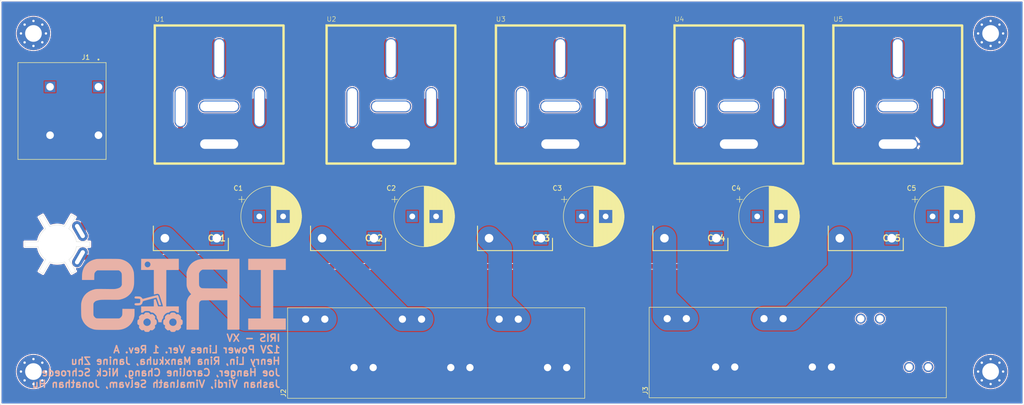
<source format=kicad_pcb>
(kicad_pcb (version 20240108) (generator "pcbnew") (generator_version "8.0")
  (layers (0 "F.Cu" signal) (31 "B.Cu" signal) (34 "B.Paste" user) (35 "F.Paste" user) (36 "B.SilkS" user "B.Silkscreen") (37 "F.SilkS" user "F.Silkscreen") (38 "B.Mask" user) (39 "F.Mask" user) (44 "Edge.Cuts" user))
  (net 0 "")
  (net 1 "B+")
  (net 2 "B-")
  (net 8 "ESO")
  (net 9 "Net-(U1-87)")
  (net 10 "Net-(U2-87)")
  (net 11 "Net-(U3-87)")
  (net 12 "Net-(U4-87)")
  (net 13 "Net-(U5-87)")
  (net 14 "Net-(J2-Pin_1)")
  (net 15 "Net-(J2-Pin_3)")
  (net 16 "Net-(J2-Pin_5)")
  (net 17 "Net-(J3-Pin_1)")
  (net 18 "Net-(J3-Pin_3)")
  (footprint "STTH60RQ06WL:TO1090P515X1560X2445-2P" (layer "F.Cu") (at 200.4025 83.5 180)
    (property "Reference" "CR4" (at 0 0 360) (layer "F.SilkS") (effects (font (size 1.27 1.27) (thickness 0.254))))
    (property "Value" "STTH60RQ06WL" (hide yes))
    (pad "1" thru_hole rect (at 0 0 180) (size 2.715 2.715) (drill 1.81) (layers "*.Cu" "*.Mask") (net 12 "Net-(U4-87)"))
    (pad "2" thru_hole circle (at 10.9 0 180) (size 2.715 2.715) (drill 1.81) (layers "*.Cu" "*.Mask") (net 17 "Net-(J3-Pin_1)"))
  )
  (footprint "REAAAL:E-Stop" (layer "F.Cu") (at 62 84.75 90)
    (property "Reference" "E-STOP5" (hide yes))
    (property "Value" "E-STOP NC")
    (fp_line (start 0.49 -6.85) (end -0.51 -6.85) (stroke (width 0.06)) (layer "Edge.Cuts"))
    (fp_line (start 0.49 -6.85) (end 0.49 -4.47) (stroke (width 0.06)) (layer "Edge.Cuts"))
    (fp_line (start -0.51 -6.85) (end -0.51 -4.47) (stroke (width 0.06)) (layer "Edge.Cuts"))
    (fp_line (start -0.51 -4.47) (end -0.51 -4.01) (stroke (width 0.06)) (layer "Edge.Cuts"))
    (fp_line (start 0.49 -4.01) (end 0.49 -4.47) (stroke (width 0.06)) (layer "Edge.Cuts"))
    (fp_line (start 5.67114 -3.87) (end 3.61 -2.68) (stroke (width 0.06)) (layer "Edge.Cuts"))
    (fp_line (start -5.690326 -3.855) (end -6.190326 -2.988974) (stroke (width 0.06)) (layer "Edge.Cuts"))
    (fp_line (start -5.690326 -3.855) (end -3.629186 -2.665) (stroke (width 0.06)) (layer "Edge.Cuts"))
    (fp_line (start 6.17114 -3.003974) (end 5.67114 -3.87) (stroke (width 0.06)) (layer "Edge.Cuts"))
    (fp_line (start 6.17114 -3.003974) (end 4.11 -1.813974) (stroke (width 0.06)) (layer "Edge.Cuts"))
    (fp_line (start -6.190326 -2.988974) (end -4.129186 -1.798974) (stroke (width 0.06)) (layer "Edge.Cuts"))
    (fp_line (start 3.61 -2.68) (end 3.211628 -2.45) (stroke (width 0.06)) (layer "Edge.Cuts"))
    (fp_line (start -3.230814 -2.435) (end -3.629186 -2.665) (stroke (width 0.06)) (layer "Edge.Cuts"))
    (fp_line (start -4.129186 -1.798974) (end -3.730814 -1.568974) (stroke (width 0.06)) (layer "Edge.Cuts"))
    (fp_line (start 3.711628 -1.583974) (end 4.11 -1.813974) (stroke (width 0.06)) (layer "Edge.Cuts"))
    (fp_line (start -3.72 1.583974) (end -4.118372 1.813974) (stroke (width 0.06)) (layer "Edge.Cuts"))
    (fp_line (start 4.14 1.77) (end 3.741628 1.54) (stroke (width 0.06)) (layer "Edge.Cuts"))
    (fp_line (start 3.241628 2.406026) (end 3.64 2.636026) (stroke (width 0.06)) (layer "Edge.Cuts"))
    (fp_line (start -3.618372 2.68) (end -3.22 2.45) (stroke (width 0.06)) (layer "Edge.Cuts"))
    (fp_line (start 6.20114 2.96) (end 4.14 1.77) (stroke (width 0.06)) (layer "Edge.Cuts"))
    (fp_line (start -6.179512 3.003974) (end -4.118372 1.813974) (stroke (width 0.06)) (layer "Edge.Cuts"))
    (fp_line (start -6.179512 3.003974) (end -5.679512 3.87) (stroke (width 0.06)) (layer "Edge.Cuts"))
    (fp_line (start 5.70114 3.826026) (end 3.64 2.636026) (stroke (width 0.06)) (layer "Edge.Cuts"))
    (fp_line (start 5.70114 3.826026) (end 6.20114 2.96) (stroke (width 0.06)) (layer "Edge.Cuts"))
    (fp_line (start -5.679512 3.87) (end -3.618372 2.68) (stroke (width 0.06)) (layer "Edge.Cuts"))
    (fp_line (start -0.5 4.01) (end -0.5 4.47) (stroke (width 0.06)) (layer "Edge.Cuts"))
    (fp_line (start 0.5 4.47) (end 0.5 4.01) (stroke (width 0.06)) (layer "Edge.Cuts"))
    (fp_line (start 0.5 6.85) (end 0.5 4.47) (stroke (width 0.06)) (layer "Edge.Cuts"))
    (fp_line (start -0.5 6.85) (end -0.5 4.47) (stroke (width 0.06)) (layer "Edge.Cuts"))
    (fp_line (start -0.5 6.85) (end 0.5 6.85) (stroke (width 0.06)) (layer "Edge.Cuts"))
    (fp_arc (start 0.49 -4.01) (mid 2.006668 -3.503425) (end 3.205756 -2.445557) (stroke (width 0.06)) (layer "Edge.Cuts"))
    (fp_arc (start -3.230814 -2.435) (mid -2.030101 -3.499048) (end -0.510424 -4.013334) (stroke (width 0.06)) (layer "Edge.Cuts"))
    (fp_arc (start 3.711628 -1.583974) (mid 4.035529 -0.026043) (end 3.731762 1.535939) (stroke (width 0.06)) (layer "Edge.Cuts"))
    (fp_arc (start -3.719999 1.583974) (mid -4.04337 0.00901) (end -3.727022 -1.567379) (stroke (width 0.06)) (layer "Edge.Cuts"))
    (fp_arc (start 3.241628 2.406026) (mid 2.034406 3.486803) (end 0.499495 4.005948) (stroke (width 0.06)) (layer "Edge.Cuts"))
    (fp_arc (start -0.5 4.009999) (mid -2.015575 3.502291) (end -3.215984 2.446945) (stroke (width 0.06)) (layer "Edge.Cuts"))
    (pad "1" thru_hole oval (at -2.75 4.763 60) (size 4.5 2.1) (drill oval 3.3 0.9) (layers "*.Cu" "*.Mask") (net 8 "ESO"))
    (pad "2" thru_hole oval (at 2.75 4.763 120) (size 4.5 2.1) (drill oval 3.3 0.9) (layers "*.Cu" "*.Mask") (net 1 "B+"))
  )
  (footprint "REAAAL:CP_Radial_D12.5mm_P5.00mm" (layer "F.Cu") (at 104.426041 78.925)
    (property "Reference" "C1" (at -4.426041 -5.925 360) (layer "F.SilkS"))
    (property "Value" "47uF" (hide yes))
    (pad "1" thru_hole rect (at 0 0) (size 2.4 2.4) (drill 1.2) (layers "*.Cu" "*.Mask") (net 9 "Net-(U1-87)"))
    (pad "2" thru_hole circle (at 5 0) (size 2.4 2.4) (drill 1.2) (layers "*.Cu" "*.Mask") (net 2 "B-"))
  )
  (footprint "REAAAL:CP_Radial_D12.5mm_P5.00mm" (layer "F.Cu") (at 172.155 78.925)
    (property "Reference" "C3" (hide yes))
    (property "Value" "47uF" (hide yes))
    (pad "1" thru_hole rect (at 0 0) (size 2.4 2.4) (drill 1.2) (layers "*.Cu" "*.Mask") (net 11 "Net-(U3-87)"))
    (pad "2" thru_hole circle (at 5 0) (size 2.4 2.4) (drill 1.2) (layers "*.Cu" "*.Mask") (net 2 "B-"))
  )
  (footprint "STTH60RQ06WL:TO1090P515X1560X2445-2P" (layer "F.Cu") (at 237.2325 83.5 180)
    (property "Reference" "CR5" (at 0 0 360) (layer "F.SilkS") (effects (font (size 1.27 1.27) (thickness 0.254))))
    (property "Value" "STTH60RQ06WL" (hide yes))
    (pad "1" thru_hole rect (at 0 0 180) (size 2.715 2.715) (drill 1.81) (layers "*.Cu" "*.Mask") (net 13 "Net-(U5-87)"))
    (pad "2" thru_hole circle (at 10.9 0 180) (size 2.715 2.715) (drill 1.81) (layers "*.Cu" "*.Mask") (net 18 "Net-(J3-Pin_3)"))
  )
  (footprint "REAAAL:12V terminal block" (layer "F.Cu") (at 114.16 100.5)
    (property "Reference" "J2" (at -4.66 15.5 90) (layer "F.SilkS"))
    (property "Value" "Screw_Terminal_01x06")
    (pad "1" thru_hole rect (at 0 0) (size 2.124 2.124) (drill 1.524) (layers "*.Cu" "*.Mask") (net 14 "Net-(J2-Pin_1)"))
    (pad "1" thru_hole rect (at 4.02 0) (size 2.124 2.124) (drill 1.524) (layers "*.Cu" "*.Mask") (net 14 "Net-(J2-Pin_1)"))
    (pad "2" thru_hole circle (at 10.16 10.16) (size 2.124 2.124) (drill 1.524) (layers "*.Cu" "*.Mask") (net 2 "B-"))
    (pad "2" thru_hole circle (at 14.18 10.16) (size 2.124 2.124) (drill 1.524) (layers "*.Cu" "*.Mask") (net 2 "B-"))
    (pad "3" thru_hole circle (at 20.32 0) (size 2.124 2.124) (drill 1.524) (layers "*.Cu" "*.Mask") (net 15 "Net-(J2-Pin_3)"))
    (pad "3" thru_hole circle (at 24.34 0) (size 2.124 2.124) (drill 1.524) (layers "*.Cu" "*.Mask") (net 15 "Net-(J2-Pin_3)"))
    (pad "4" thru_hole circle (at 30.48 10.16) (size 2.124 2.124) (drill 1.524) (layers "*.Cu" "*.Mask") (net 2 "B-"))
    (pad "4" thru_hole circle (at 34.5 10.16) (size 2.124 2.124) (drill 1.524) (layers "*.Cu" "*.Mask") (net 2 "B-"))
    (pad "5" thru_hole circle (at 40.64 0) (size 2.124 2.124) (drill 1.524) (layers "*.Cu" "*.Mask") (net 16 "Net-(J2-Pin_5)"))
    (pad "5" thru_hole circle (at 44.66 0) (size 2.124 2.124) (drill 1.524) (layers "*.Cu" "*.Mask") (net 16 "Net-(J2-Pin_5)"))
    (pad "6" thru_hole circle (at 50.8 10.16) (size 2.124 2.124) (drill 1.524) (layers "*.Cu" "*.Mask") (net 2 "B-"))
    (pad "6" thru_hole circle (at 54.82 10.16) (size 2.124 2.124) (drill 1.524) (layers "*.Cu" "*.Mask") (net 2 "B-"))
  )
  (footprint "MountingHole:MountingHole_3.5mm_Pad_Via" (layer "F.Cu") (at 258 40.5)
    (property "Reference" "REF**" (hide yes))
    (property "Value" "MountingHole_3.5mm_Pad_Via" (hide yes))
    (pad "1" thru_hole circle (at -2.625 0) (size 0.8 0.8) (drill 0.5) (layers "*.Cu" "*.Mask"))
    (pad "1" thru_hole circle (at -1.856155 -1.856155) (size 0.8 0.8) (drill 0.5) (layers "*.Cu" "*.Mask"))
    (pad "1" thru_hole circle (at -1.856155 1.856155) (size 0.8 0.8) (drill 0.5) (layers "*.Cu" "*.Mask"))
    (pad "1" thru_hole circle (at 0 -2.625) (size 0.8 0.8) (drill 0.5) (layers "*.Cu" "*.Mask"))
    (pad "1" thru_hole circle (at 0 0) (size 7 7) (drill 3.5) (layers "*.Cu" "*.Mask"))
    (pad "1" thru_hole circle (at 0 2.625) (size 0.8 0.8) (drill 0.5) (layers "*.Cu" "*.Mask"))
    (pad "1" thru_hole circle (at 1.856155 -1.856155) (size 0.8 0.8) (drill 0.5) (layers "*.Cu" "*.Mask"))
    (pad "1" thru_hole circle (at 1.856155 1.856155) (size 0.8 0.8) (drill 0.5) (layers "*.Cu" "*.Mask"))
    (pad "1" thru_hole circle (at 2.625 0) (size 0.8 0.8) (drill 0.5) (layers "*.Cu" "*.Mask"))
  )
  (footprint "REAAAL:IRhapsody Relay 12VDC 8060A" (layer "F.Cu") (at 238.5 53.325)
    (property "Reference" "U5" (at -12.5 -15.825 0) (layer "F.SilkS") (effects (font (thickness 0.1))))
    (property "Value" "IRHAPSODY_RELAY_12VDC_8060a")
    (pad "1" thru_hole oval (at 0 -7.605) (size 2.5 8.5) (drill oval 2 8) (layers "*.Cu" "*.Mask") (net 1 "B+"))
    (pad "2" thru_hole oval (at 0 2.495 90) (size 2.5 8.5) (drill oval 2 8) (layers "*.Cu" "*.Mask"))
    (pad "3" thru_hole oval (at 8.46 2.665 180) (size 2.5 8.5) (drill oval 2 8) (layers "*.Cu" "*.Mask") (net 13 "Net-(U5-87)"))
    (pad "4" thru_hole oval (at 0 10.405 90) (size 2.5 8.5) (drill oval 2 8) (layers "*.Cu" "*.Mask") (net 2 "B-"))
    (pad "5" thru_hole oval (at -8.13 2.665 180) (size 2.5 8.5) (drill oval 2 8) (layers "*.Cu" "*.Mask") (net 8 "ESO"))
  )
  (footprint "STTH60RQ06WL:TO1090P515X1560X2445-2P" (layer "F.Cu") (at 128.5125 83.5 180)
    (property "Reference" "CR2" (at 0 0 360) (layer "F.SilkS") (effects (font (size 1.27 1.27) (thickness 0.254))))
    (property "Value" "STTH60RQ06WL" (hide yes))
    (pad "1" thru_hole rect (at 0 0 180) (size 2.715 2.715) (drill 1.81) (layers "*.Cu" "*.Mask") (net 10 "Net-(U2-87)"))
    (pad "2" thru_hole circle (at 10.9 0 180) (size 2.715 2.715) (drill 1.81) (layers "*.Cu" "*.Mask") (net 15 "Net-(J2-Pin_3)"))
  )
  (footprint "REAAAL:IRhapsody Relay 12VDC 8060A" (layer "F.Cu") (at 132.08 53.325)
    (property "Reference" "U2" (at -12.5 -15.825 0) (layer "F.SilkS") (effects (font (thickness 0.1))))
    (property "Value" "IRHAPSODY_RELAY_12VDC_8060a")
    (pad "1" thru_hole oval (at 0 -7.605) (size 2.5 8.5) (drill oval 2 8) (layers "*.Cu" "*.Mask") (net 1 "B+"))
    (pad "2" thru_hole oval (at 0 2.495 90) (size 2.5 8.5) (drill oval 2 8) (layers "*.Cu" "*.Mask"))
    (pad "3" thru_hole oval (at 8.46 2.665 180) (size 2.5 8.5) (drill oval 2 8) (layers "*.Cu" "*.Mask") (net 10 "Net-(U2-87)"))
    (pad "4" thru_hole oval (at 0 10.405 90) (size 2.5 8.5) (drill oval 2 8) (layers "*.Cu" "*.Mask") (net 2 "B-"))
    (pad "5" thru_hole oval (at -8.13 2.665 180) (size 2.5 8.5) (drill oval 2 8) (layers "*.Cu" "*.Mask") (net 8 "ESO"))
  )
  (footprint "REAAAL:IRhapsody Relay 12VDC 8060A" (layer "F.Cu") (at 167.64 53.325)
    (property "Reference" "U3" (at -12.5 -15.825 0) (layer "F.SilkS") (effects (font (thickness 0.1))))
    (property "Value" "IRHAPSODY_RELAY_12VDC_8060a")
    (pad "1" thru_hole oval (at 0 -7.605) (size 2.5 8.5) (drill oval 2 8) (layers "*.Cu" "*.Mask") (net 1 "B+"))
    (pad "2" thru_hole oval (at 0 2.495 90) (size 2.5 8.5) (drill oval 2 8) (layers "*.Cu" "*.Mask"))
    (pad "3" thru_hole oval (at 8.46 2.665 180) (size 2.5 8.5) (drill oval 2 8) (layers "*.Cu" "*.Mask") (net 11 "Net-(U3-87)"))
    (pad "4" thru_hole oval (at 0 10.405 90) (size 2.5 8.5) (drill oval 2 8) (layers "*.Cu" "*.Mask") (net 2 "B-"))
    (pad "5" thru_hole oval (at -8.13 2.665 180) (size 2.5 8.5) (drill oval 2 8) (layers "*.Cu" "*.Mask") (net 8 "ESO"))
  )
  (footprint "STTH60RQ06WL:TO1090P515X1560X2445-2P" (layer "F.Cu") (at 95.5 83.5 180)
    (property "Reference" "CR1" (at 0 0 360) (layer "F.SilkS") (effects (font (size 1.27 1.27) (thickness 0.254))))
    (property "Value" "STTH60RQ06WL" (hide yes))
    (pad "1" thru_hole rect (at 0 0 180) (size 2.715 2.715) (drill 1.81) (layers "*.Cu" "*.Mask") (net 9 "Net-(U1-87)"))
    (pad "2" thru_hole circle (at 10.9 0 180) (size 2.715 2.715) (drill 1.81) (layers "*.Cu" "*.Mask") (net 14 "Net-(J2-Pin_1)"))
  )
  (footprint "REAAAL:CP_Radial_D12.5mm_P5.00mm" (layer "F.Cu") (at 136.551041 78.925)
    (property "Reference" "C2" (at -4.426041 -5.925 360) (layer "F.SilkS"))
    (property "Value" "47uF" (hide yes))
    (pad "1" thru_hole rect (at 0 0) (size 2.4 2.4) (drill 1.2) (layers "*.Cu" "*.Mask") (net 10 "Net-(U2-87)"))
    (pad "2" thru_hole circle (at 5 0) (size 2.4 2.4) (drill 1.2) (layers "*.Cu" "*.Mask") (net 2 "B-"))
  )
  (footprint "REAAAL:CP_Radial_D12.5mm_P5.00mm" (layer "F.Cu") (at 245.815 78.925)
    (property "Reference" "C5" (at -4.426041 -5.925 360) (layer "F.SilkS"))
    (property "Value" "47uF" (hide yes))
    (pad "1" thru_hole rect (at 0 0) (size 2.4 2.4) (drill 1.2) (layers "*.Cu" "*.Mask") (net 13 "Net-(U5-87)"))
    (pad "2" thru_hole circle (at 5 0) (size 2.4 2.4) (drill 1.2) (layers "*.Cu" "*.Mask") (net 2 "B-"))
  )
  (footprint "REAAAL:IRhapsody Relay 12VDC 8060A" (layer "F.Cu") (at 205.14 53.325)
    (property "Reference" "U4" (at -12.5 -15.825 0) (layer "F.SilkS") (effects (font (thickness 0.1))))
    (property "Value" "IRHAPSODY_RELAY_12VDC_8060a")
    (pad "1" thru_hole oval (at 0 -7.605) (size 2.5 8.5) (drill oval 2 8) (layers "*.Cu" "*.Mask") (net 1 "B+"))
    (pad "2" thru_hole oval (at 0 2.495 90) (size 2.5 8.5) (drill oval 2 8) (layers "*.Cu" "*.Mask"))
    (pad "3" thru_hole oval (at 8.46 2.665 180) (size 2.5 8.5) (drill oval 2 8) (layers "*.Cu" "*.Mask") (net 12 "Net-(U4-87)"))
    (pad "4" thru_hole oval (at 0 10.405 90) (size 2.5 8.5) (drill oval 2 8) (layers "*.Cu" "*.Mask") (net 2 "B-"))
    (pad "5" thru_hole oval (at -8.13 2.665 180) (size 2.5 8.5) (drill oval 2 8) (layers "*.Cu" "*.Mask") (net 8 "ESO"))
  )
  (footprint "REAAAL:12V terminal block" (layer "F.Cu") (at 190.09 100.39)
    (property "Reference" "J3" (at -4.59 15.11 90) (layer "F.SilkS"))
    (property "Value" "Screw_Terminal_01x06")
    (pad "1" thru_hole rect (at 0 0) (size 2.124 2.124) (drill 1.524) (layers "*.Cu" "*.Mask") (net 17 "Net-(J3-Pin_1)"))
    (pad "1" thru_hole rect (at 4.02 0) (size 2.124 2.124) (drill 1.524) (layers "*.Cu" "*.Mask") (net 17 "Net-(J3-Pin_1)"))
    (pad "2" thru_hole circle (at 10.16 10.16) (size 2.124 2.124) (drill 1.524) (layers "*.Cu" "*.Mask") (net 2 "B-"))
    (pad "2" thru_hole circle (at 14.18 10.16) (size 2.124 2.124) (drill 1.524) (layers "*.Cu" "*.Mask") (net 2 "B-"))
    (pad "3" thru_hole circle (at 20.32 0) (size 2.124 2.124) (drill 1.524) (layers "*.Cu" "*.Mask") (net 18 "Net-(J3-Pin_3)"))
    (pad "3" thru_hole circle (at 24.34 0) (size 2.124 2.124) (drill 1.524) (layers "*.Cu" "*.Mask") (net 18 "Net-(J3-Pin_3)"))
    (pad "4" thru_hole circle (at 30.48 10.16) (size 2.124 2.124) (drill 1.524) (layers "*.Cu" "*.Mask") (net 2 "B-"))
    (pad "4" thru_hole circle (at 34.5 10.16) (size 2.124 2.124) (drill 1.524) (layers "*.Cu" "*.Mask") (net 2 "B-"))
    (pad "5" thru_hole circle (at 40.64 0) (size 2.124 2.124) (drill 1.524) (layers "*.Cu" "*.Mask"))
    (pad "5" thru_hole circle (at 44.66 0) (size 2.124 2.124) (drill 1.524) (layers "*.Cu" "*.Mask"))
    (pad "6" thru_hole circle (at 50.8 10.16) (size 2.124 2.124) (drill 1.524) (layers "*.Cu" "*.Mask"))
    (pad "6" thru_hole circle (at 54.82 10.16) (size 2.124 2.124) (drill 1.524) (layers "*.Cu" "*.Mask"))
  )
  (footprint "STTH60RQ06WL:TO1090P515X1560X2445-2P" (layer "F.Cu") (at 163.5725 83.5 180)
    (property "Reference" "CR3" (at 0 0 360) (layer "F.SilkS") (effects (font (size 1.27 1.27) (thickness 0.254))))
    (property "Value" "STTH60RQ06WL" (hide yes))
    (pad "1" thru_hole rect (at 0 0 180) (size 2.715 2.715) (drill 1.81) (layers "*.Cu" "*.Mask") (net 11 "Net-(U3-87)"))
    (pad "2" thru_hole circle (at 10.9 0 180) (size 2.715 2.715) (drill 1.81) (layers "*.Cu" "*.Mask") (net 16 "Net-(J2-Pin_5)"))
  )
  (footprint "REAAAL:CP_Radial_D12.5mm_P5.00mm" (layer "F.Cu") (at 208.985 78.925)
    (property "Reference" "C4" (at -4.426041 -5.925 360) (layer "F.SilkS"))
    (property "Value" "47uF" (hide yes))
    (pad "1" thru_hole rect (at 0 0) (size 2.4 2.4) (drill 1.2) (layers "*.Cu" "*.Mask") (net 12 "Net-(U4-87)"))
    (pad "2" thru_hole circle (at 5 0) (size 2.4 2.4) (drill 1.2) (layers "*.Cu" "*.Mask") (net 2 "B-"))
  )
  (footprint "MountingHole:MountingHole_3.5mm_Pad_Via" (layer "F.Cu") (at 258 111.5)
    (property "Reference" "REF**" (hide yes))
    (property "Value" "MountingHole_3.5mm_Pad_Via" (hide yes))
    (pad "1" thru_hole circle (at -2.625 0) (size 0.8 0.8) (drill 0.5) (layers "*.Cu" "*.Mask"))
    (pad "1" thru_hole circle (at -1.856155 -1.856155) (size 0.8 0.8) (drill 0.5) (layers "*.Cu" "*.Mask"))
    (pad "1" thru_hole circle (at -1.856155 1.856155) (size 0.8 0.8) (drill 0.5) (layers "*.Cu" "*.Mask"))
    (pad "1" thru_hole circle (at 0 -2.625) (size 0.8 0.8) (drill 0.5) (layers "*.Cu" "*.Mask"))
    (pad "1" thru_hole circle (at 0 0) (size 7 7) (drill 3.5) (layers "*.Cu" "*.Mask"))
    (pad "1" thru_hole circle (at 0 2.625) (size 0.8 0.8) (drill 0.5) (layers "*.Cu" "*.Mask"))
    (pad "1" thru_hole circle (at 1.856155 -1.856155) (size 0.8 0.8) (drill 0.5) (layers "*.Cu" "*.Mask"))
    (pad "1" thru_hole circle (at 1.856155 1.856155) (size 0.8 0.8) (drill 0.5) (layers "*.Cu" "*.Mask"))
    (pad "1" thru_hole circle (at 2.625 0) (size 0.8 0.8) (drill 0.5) (layers "*.Cu" "*.Mask"))
  )
  (footprint "REAAAL:IRhapsody Relay 12VDC 8060A" (layer "F.Cu") (at 96.000326 53.325)
    (property "Reference" "U1" (at -12.5 -15.825 0) (layer "F.SilkS") (effects (font (thickness 0.1))))
    (property "Value" "IRHAPSODY_RELAY_12VDC_8060a")
    (pad "1" thru_hole oval (at 0 -7.605) (size 2.5 8.5) (drill oval 2 8) (layers "*.Cu" "*.Mask") (net 1 "B+"))
    (pad "2" thru_hole oval (at 0 2.495 90) (size 2.5 8.5) (drill oval 2 8) (layers "*.Cu" "*.Mask"))
    (pad "3" thru_hole oval (at 8.46 2.665 180) (size 2.5 8.5) (drill oval 2 8) (layers "*.Cu" "*.Mask") (net 9 "Net-(U1-87)"))
    (pad "4" thru_hole oval (at 0 10.405 90) (size 2.5 8.5) (drill oval 2 8) (layers "*.Cu" "*.Mask") (net 2 "B-"))
    (pad "5" thru_hole oval (at -8.13 2.665 180) (size 2.5 8.5) (drill oval 2 8) (layers "*.Cu" "*.Mask") (net 8 "ESO"))
  )
  (footprint "MountingHole:MountingHole_3.5mm_Pad_Via" (layer "F.Cu") (at 57 40.5)
    (property "Reference" "REF**" (hide yes))
    (property "Value" "MountingHole_3.5mm_Pad_Via" (hide yes))
    (pad "1" thru_hole circle (at -2.625 0) (size 0.8 0.8) (drill 0.5) (layers "*.Cu" "*.Mask"))
    (pad "1" thru_hole circle (at -1.856155 -1.856155) (size 0.8 0.8) (drill 0.5) (layers "*.Cu" "*.Mask"))
    (pad "1" thru_hole circle (at -1.856155 1.856155) (size 0.8 0.8) (drill 0.5) (layers "*.Cu" "*.Mask"))
    (pad "1" thru_hole circle (at 0 -2.625) (size 0.8 0.8) (drill 0.5) (layers "*.Cu" "*.Mask"))
    (pad "1" thru_hole circle (at 0 0) (size 7 7) (drill 3.5) (layers "*.Cu" "*.Mask"))
    (pad "1" thru_hole circle (at 0 2.625) (size 0.8 0.8) (drill 0.5) (layers "*.Cu" "*.Mask"))
    (pad "1" thru_hole circle (at 1.856155 -1.856155) (size 0.8 0.8) (drill 0.5) (layers "*.Cu" "*.Mask"))
    (pad "1" thru_hole circle (at 1.856155 1.856155) (size 0.8 0.8) (drill 0.5) (layers "*.Cu" "*.Mask"))
    (pad "1" thru_hole circle (at 2.625 0) (size 0.8 0.8) (drill 0.5) (layers "*.Cu" "*.Mask"))
  )
  (footprint "MountingHole:MountingHole_3.5mm_Pad_Via" (layer "F.Cu") (at 57 111.5)
    (property "Reference" "REF**" (hide yes))
    (property "Value" "MountingHole_3.5mm_Pad_Via" (hide yes))
    (pad "1" thru_hole circle (at -2.625 0) (size 0.8 0.8) (drill 0.5) (layers "*.Cu" "*.Mask"))
    (pad "1" thru_hole circle (at -1.856155 -1.856155) (size 0.8 0.8) (drill 0.5) (layers "*.Cu" "*.Mask"))
    (pad "1" thru_hole circle (at -1.856155 1.856155) (size 0.8 0.8) (drill 0.5) (layers "*.Cu" "*.Mask"))
    (pad "1" thru_hole circle (at 0 -2.625) (size 0.8 0.8) (drill 0.5) (layers "*.Cu" "*.Mask"))
    (pad "1" thru_hole circle (at 0 0) (size 7 7) (drill 3.5) (layers "*.Cu" "*.Mask"))
    (pad "1" thru_hole circle (at 0 2.625) (size 0.8 0.8) (drill 0.5) (layers "*.Cu" "*.Mask"))
    (pad "1" thru_hole circle (at 1.856155 -1.856155) (size 0.8 0.8) (drill 0.5) (layers "*.Cu" "*.Mask"))
    (pad "1" thru_hole circle (at 1.856155 1.856155) (size 0.8 0.8) (drill 0.5) (layers "*.Cu" "*.Mask"))
    (pad "1" thru_hole circle (at 2.625 0) (size 0.8 0.8) (drill 0.5) (layers "*.Cu" "*.Mask"))
  )
  (footprint "REAAAL:TE_1986660-2a" (layer "F.Cu") (at 70.65 51.7075 -90)
    (property "Reference" "J1" (at -6.2075 2.65 0) (layer "F.SilkS"))
    (property "Value" "Screw_Terminal_01x02")
    (pad "1" thru_hole rect (at 0 0 270) (size 2.3 2.3) (drill 1.6) (layers "*.Cu" "*.Mask") (net 1 "B+"))
    (pad "1" thru_hole rect (at 0 10.16 270) (size 2.3 2.3) (drill 1.6) (layers "*.Cu" "*.Mask") (net 1 "B+"))
    (pad "2" thru_hole circle (at 10.16 0 270) (size 2.3 2.3) (drill 1.6) (layers "*.Cu" "*.Mask") (net 2 "B-"))
    (pad "2" thru_hole circle (at 10.16 10.16 270) (size 2.3 2.3) (drill 1.6) (layers "*.Cu" "*.Mask") (net 2 "B-"))
  )
  (footprint "Logo:IRIS_logo" (layer "B.Cu") (at 87.659431 95.487483 180)
    (property "Reference" "G***" (hide yes))
    (property "Value" "LOGO" (hide yes))
  )
  (gr_rect (start 50 33.5) (end 265 118.5) (stroke (width 0.05)) (fill none) (layer "Edge.Cuts"))
  (gr_text "IRIS - XV\n12V Power Lines Ver. 1 Rev. A\nHenry Lin, Rina Manxkuha, Janine Zhu\nJoe Hanger, Caroline Chang, Nick Schroeder, \nJashan Virdi, Vimalnath Selvam, Jonathan Hu" (at 109 115 0) (layer "B.SilkS") (effects (font (size 1.5 1.5) (thickness 0.3) (bold yes)) (justify left bottom mirror)))
  (gr_text "C3" (at 167 73 0) (layer "F.SilkS") (effects (font (size 1 1))))
  (segment (start 76.6375 45.72) (end 96.000326 45.72) (width 8) (layer "F.Cu") (net 1))
  (segment (start 67.5 82) (end 67.5 54.8575) (width 1) (layer "F.Cu") (net 1))
  (segment (start 60.49 51.7075) (end 70.65 51.7075) (width 8) (layer "F.Cu") (net 1))
  (segment (start 70.65 51.7075) (end 76.6375 45.72) (width 8) (layer "F.Cu") (net 1))
  (segment (start 132.08 45.72) (end 167.64 45.72) (width 8) (layer "F.Cu") (net 1))
  (segment (start 167.64 45.72) (end 205.14 45.72) (width 8) (layer "F.Cu") (net 1))
  (segment (start 96.000326 45.72) (end 132.08 45.72) (width 8) (layer "F.Cu") (net 1))
  (segment (start 67.5 54.8575) (end 70.65 51.7075) (width 1) (layer "F.Cu") (net 1))
  (segment (start 205.14 45.72) (end 238.5 45.72) (width 8) (layer "F.Cu") (net 1))
  (segment (start 167.64 63.73) (end 168.35 64.44) (width 8) (layer "B.Cu") (net 2))
  (segment (start 126.68 109) (end 126 109) (width 4.5) (layer "B.Cu") (net 2))
  (segment (start 124.32 110.66) (end 128.34 110.66) (width 4.5) (layer "B.Cu") (net 2))
  (segment (start 205.85 64.44) (end 237.79 64.44) (width 8) (layer "B.Cu") (net 2))
  (segment (start 132.08 63.73) (end 132.79 64.44) (width 8) (layer "B.Cu") (net 2))
  (segment (start 75.3675 61.8675) (end 77.94 64.44) (width 8) (layer "B.Cu") (net 2))
  (segment (start 250.815 78.925) (end 250.815 76.045) (width 4.5) (layer "B.Cu") (net 2))
  (segment (start 204.27 90.94) (end 213.985 81.225) (width 4.5) (layer "B.Cu") (net 2))
  (segment (start 109.426041 78.925) (end 109.426041 77.155715) (width 4.5) (layer "B.Cu") (net 2))
  (segment (start 166.93 64.44) (end 167.64 63.73) (width 8) (layer "B.Cu") (net 2))
  (segment (start 141.551041 73.201041) (end 132.08 63.73) (width 4.5) (layer "B.Cu") (net 2))
  (segment (start 109.426041 78.925) (end 109.426041 84.745684) (width 4.5) (layer "B.Cu") (net 2))
  (segment (start 146.5 83.873959) (end 146.5 108) (width 4.5) (layer "B.Cu") (net 2))
  (segment (start 205.14 63.73) (end 205.85 64.44) (width 8) (layer "B.Cu") (net 2))
  (segment (start 141.551041 78.925) (end 141.551041 73.201041) (width 4.5) (layer "B.Cu") (net 2))
  (segment (start 220.57 110.55) (end 224.59 110.55) (width 4.5) (layer "B.Cu") (net 2))
  (segment (start 204.27 110.55) (end 200.25 110.55) (width 4.5) (layer "B.Cu") (net 2))
  (segment (start 250.815 76.045) (end 238.5 63.73) (width 4.5) (layer "B.Cu") (net 2))
  (segment (start 204.27 106.53) (end 204.27 105.5) (width 4.5) (layer "B.Cu") (net 2))
  (segment (start 125.98 109) (end 124.32 110.66) (width 4.5) (layer "B.Cu") (net 2))
  (segment (start 204.27 110.55) (end 204.27 105.5) (width 4.5) (layer "B.Cu") (net 2))
  (segment (start 229.556719 110.55) (end 224.59 110.55) (width 4.5) (layer "B.Cu") (net 2))
  (segment (start 109.426041 84.745684) (end 126 101.319643) (width 4.5) (layer "B.Cu") (net 2))
  (segment (start 204.27 105.5) (end 204.27 90.94) (width 4.5) (layer "B.Cu") (net 2))
  (segment (start 141.551041 78.925) (end 146.5 83.873959) (width 4.5) (layer "B.Cu") (net 2))
  (segment (start 213.985 78.925) (end 213.985 72.575) (width 4.5) (layer "B.Cu") (net 2))
  (segment (start 164.96 110.66) (end 168.98 110.66) (width 4.5) (layer "B.Cu") (net 2))
  (segment (start 146.5 110.66) (end 148.66 110.66) (width 4.5) (layer "B.Cu") (net 2))
  (segment (start 148.66 110.66) (end 148.36 110.66) (width 4.5) (layer "B.Cu") (net 2))
  (segment (start 109.426041 77.155715) (end 96.000326 63.73) (width 4.5) (layer "B.Cu") (net 2))
  (segment (start 144.64 110.66) (end 146.5 110.66) (width 4.5) (layer "B.Cu") (net 2))
  (segment (start 126 101.319643) (end 126 109) (width 4.5) (layer "B.Cu") (net 2))
  (segment (start 250.815 89.291719) (end 229.556719 110.55) (width 4.5) (layer "B.Cu") (net 2))
  (segment (start 177.155 102.485) (end 168.98 110.66) (width 4.5) (layer "B.Cu") (net 2))
  (segment (start 126 109) (end 125.98 109) (width 4.5) (layer "B.Cu") (net 2))
  (segment (start 213.985 72.575) (end 205.14 63.73) (width 4.5) (layer "B.Cu") (net 2))
  (segment (start 167.64 63.73) (end 167.76 63.73) (width 8) (layer "B.Cu") (net 2))
  (segment (start 177.155 78.925) (end 177.155 102.485) (width 4.5) (layer "B.Cu") (net 2))
  (segment (start 204.43 64.44) (end 205.14 63.73) (width 8) (layer "B.Cu") (net 2))
  (segment (start 237.79 64.44) (end 238.5 63.73) (width 8) (layer "B.Cu") (net 2))
  (segment (start 250.815 78.925) (end 250.815 89.291719) (width 4.5) (layer "B.Cu") (net 2))
  (segment (start 60.49 61.8675) (end 70.65 61.8675) (width 8) (layer "B.Cu") (net 2))
  (segment (start 132.79 64.44) (end 166.93 64.44) (width 8) (layer "B.Cu") (net 2))
  (segment (start 96.000326 63.73) (end 96.710326 64.44) (width 8) (layer "B.Cu") (net 2))
  (segment (start 70.65 61.8675) (end 75.3675 61.8675) (width 8) (layer "B.Cu") (net 2))
  (segment (start 95.290326 64.44) (end 96.000326 63.73) (width 8) (layer "B.Cu") (net 2))
  (segment (start 96.710326 64.44) (end 131.37 64.44) (width 8) (layer "B.Cu") (net 2))
  (segment (start 128.34 110.66) (end 126.68 109) (width 4.5) (layer "B.Cu") (net 2))
  (segment (start 146.5 108) (end 146.5 110.66) (width 4.5) (layer "B.Cu") (net 2))
  (segment (start 146.5 108.8) (end 146.5 108) (width 4.5) (layer "B.Cu") (net 2))
  (segment (start 177.155 73.245) (end 167.64 63.73) (width 4.5) (layer "B.Cu") (net 2))
  (segment (start 200.25 110.55) (end 204.27 106.53) (width 4.5) (layer "B.Cu") (net 2))
  (segment (start 168.35 64.44) (end 204.43 64.44) (width 8) (layer "B.Cu") (net 2))
  (segment (start 144.64 110.66) (end 146.5 108.8) (width 4.5) (layer "B.Cu") (net 2))
  (segment (start 131.37 64.44) (end 132.08 63.73) (width 8) (layer "B.Cu") (net 2))
  (segment (start 177.155 78.925) (end 177.155 73.245) (width 4.5) (layer "B.Cu") (net 2))
  (segment (start 77.94 64.44) (end 95.290326 64.44) (width 8) (layer "B.Cu") (net 2))
  (segment (start 213.985 81.225) (end 213.985 78.925) (width 4.5) (layer "B.Cu") (net 2))
  (segment (start 148.36 110.66) (end 146.5 108.8) (width 4.5) (layer "B.Cu") (net 2))
  (segment (start 99.709619 87.5) (end 101.623833 89.414214) (width 1) (layer "F.Cu") (net 8))
  (segment (start 197.01 61.757006) (end 197.01 55.99) (width 1) (layer "F.Cu") (net 8))
  (segment (start 133.748833 89.414214) (end 159.51 63.653047) (width 1) (layer "F.Cu") (net 8))
  (segment (start 169.352792 89.414214) (end 197.01 61.757006) (width 1) (layer "F.Cu") (net 8))
  (segment (start 206.182792 89.414214) (end 230.37 65.227006) (width 1) (layer "F.Cu") (net 8))
  (segment (start 133.748833 89.414214) (end 169.352792 89.414214) (width 1) (layer "F.Cu") (net 8))
  (segment (start 230.37 65.227006) (end 230.37 55.99) (width 1) (layer "F.Cu") (net 8))
  (segment (start 87.870326 68.768904) (end 69.13923 87.5) (width 1) (layer "F.Cu") (net 8))
  (segment (start 101.623833 89.414214) (end 123.95 67.088047) (width 1) (layer "F.Cu") (net 8))
  (segment (start 159.51 63.653047) (end 159.51 55.99) (width 1) (layer "F.Cu") (net 8))
  (segment (start 101.623833 89.414214) (end 133.748833 89.414214) (width 1) (layer "F.Cu") (net 8))
  (segment (start 123.95 67.088047) (end 123.95 55.99) (width 1) (layer "F.Cu") (net 8))
  (segment (start 87.870326 55.99) (end 87.870326 68.768904) (width 1) (layer "F.Cu") (net 8))
  (segment (start 69.13923 87.5) (end 67.5 87.5) (width 1) (layer "F.Cu") (net 8))
  (segment (start 67.5 87.5) (end 99.709619 87.5) (width 1) (layer "F.Cu") (net 8))
  (segment (start 169.352792 89.414214) (end 206.182792 89.414214) (width 1) (layer "F.Cu") (net 8))
  (segment (start 104.426041 80.573959) (end 101.5 83.5) (width 4.5) (layer "F.Cu") (net 9))
  (segment (start 104.460326 55.99) (end 104.460326 78.890715) (width 4.5) (layer "F.Cu") (net 9))
  (segment (start 101.5 83.5) (end 95.5 83.5) (width 4.5) (layer "F.Cu") (net 9))
  (segment (start 104.426041 78.925) (end 104.426041 80.573959) (width 4.5) (layer "F.Cu") (net 9))
  (segment (start 104.460326 78.890715) (end 104.426041 78.925) (width 4.5) (layer "F.Cu") (net 9))
  (segment (start 136.551041 76.948959) (end 140.54 72.96) (width 4.5) (layer "F.Cu") (net 10))
  (segment (start 128.5125 83.5) (end 131.976041 83.5) (width 4.5) (layer "F.Cu") (net 10))
  (segment (start 131.976041 83.5) (end 136.551041 78.925) (width 4.5) (layer "F.Cu") (net 10))
  (segment (start 136.551041 78.925) (end 136.551041 76.948959) (width 4.5) (layer "F.Cu") (net 10))
  (segment (start 140.54 72.96) (end 140.54 55.99) (width 4.5) (layer "F.Cu") (net 10))
  (segment (start 176.1 55.99) (end 176.1 65.457119) (width 4.5) (layer "F.Cu") (net 11))
  (segment (start 172.155 78.925) (end 172.155 80.345) (width 4.5) (layer "F.Cu") (net 11))
  (segment (start 172.155 69.402119) (end 172.155 78.925) (width 4.5) (layer "F.Cu") (net 11))
  (segment (start 176.1 65.457119) (end 172.155 69.402119) (width 4.5) (layer "F.Cu") (net 11))
  (segment (start 172.155 80.345) (end 169 83.5) (width 4.5) (layer "F.Cu") (net 11))
  (segment (start 169 83.5) (end 163.5725 83.5) (width 4.5) (layer "F.Cu") (net 11))
  (segment (start 213.6 65.24) (end 213.6 55.99) (width 4.5) (layer "F.Cu") (net 12))
  (segment (start 208.985 78.925) (end 208.985 69.855) (width 4.5) (layer "F.Cu") (net 12))
  (segment (start 208.985 69.855) (end 213.6 65.24) (width 4.5) (layer "F.Cu") (net 12))
  (segment (start 200.4025 83.5) (end 204.41 83.5) (width 4.5) (layer "F.Cu") (net 12))
  (segment (start 204.41 83.5) (end 208.985 78.925) (width 4.5) (layer "F.Cu") (net 12))
  (segment (start 241.24 83.5) (end 245.815 78.925) (width 4.5) (layer "F.Cu") (net 13))
  (segment (start 247 64) (end 246.96 63.96) (width 4.5) (layer "F.Cu") (net 13))
  (segment (start 237.2325 83.5) (end 241.24 83.5) (width 4.5) (layer "F.Cu") (net 13))
  (segment (start 245.815 65.185) (end 247 64) (width 4.5) (layer "F.Cu") (net 13))
  (segment (start 246.96 63.96) (end 246.96 55.99) (width 4.5) (layer "F.Cu") (net 13))
  (segment (start 245.815 78.925) (end 245.815 65.185) (width 4.5) (layer "F.Cu") (net 13))
  (segment (start 101.6 100.5) (end 114.16 100.5) (width 5) (layer "B.Cu") (net 14))
  (segment (start 114.16 100.5) (end 118.18 100.5) (width 5) (layer "B.Cu") (net 14))
  (segment (start 84.6 83.5) (end 101.6 100.5) (width 5) (layer "B.Cu") (net 14))
  (segment (start 134.48 100.5) (end 138.5 100.5) (width 5) (layer "B.Cu") (net 15))
  (segment (start 117.6125 83.5) (end 117.6125 83.6325) (width 5) (layer "B.Cu") (net 15))
  (segment (start 117.6125 83.6325) (end 134.48 100.5) (width 5) (layer "B.Cu") (net 15))
  (segment (start 155 96.5) (end 155 100.3) (width 5) (layer "B.Cu") (net 16))
  (segment (start 154.8 100.5) (end 158.82 100.5) (width 5) (layer "B.Cu") (net 16))
  (segment (start 152.6725 83.5) (end 155 85.8275) (width 5) (layer "B.Cu") (net 16))
  (segment (start 155 85.8275) (end 155 96.5) (width 5) (layer "B.Cu") (net 16))
  (segment (start 155 100.3) (end 154.8 100.5) (width 5) (layer "B.Cu") (net 16))
  (segment (start 158.82 100.5) (end 155 96.68) (width 5) (layer "B.Cu") (net 16))
  (segment (start 155 96.68) (end 155 96.5) (width 5) (layer "B.Cu") (net 16))
  (segment (start 190.09 100.39) (end 194.11 100.39) (width 5) (layer "B.Cu") (net 17))
  (segment (start 189.5025 83.5) (end 189.5025 96) (width 5) (layer "B.Cu") (net 17))
  (segment (start 193.8925 100.39) (end 189.5025 96) (width 5) (layer "B.Cu") (net 17))
  (segment (start 189.5025 96) (end 189.5025 99.8025) (width 5) (layer "B.Cu") (net 17))
  (segment (start 194.11 100.39) (end 193.8925 100.39) (width 5) (layer "B.Cu") (net 17))
  (segment (start 189.5025 99.8025) (end 190.09 100.39) (width 5) (layer "B.Cu") (net 17))
  (segment (start 214.43 100.39) (end 216.11 100.39) (width 5) (layer "B.Cu") (net 18))
  (segment (start 226.3325 90.1675) (end 226.3325 83.5) (width 5) (layer "B.Cu") (net 18))
  (segment (start 210.41 100.39) (end 214.43 100.39) (width 5) (layer "B.Cu") (net 18))
  (segment (start 216.11 100.39) (end 226.3325 90.1675) (width 5) (layer "B.Cu") (net 18))
  (zone (net 2) (net_name "B-") (layer "F.Cu") (connect_pads (clearance 0)) (min_thickness 0.25) (fill yes (thermal_gap 0.5) (thermal_bridge_width 0.5))
    (polygon (pts (xy 50 33.5) (xy 50 118.5) (xy 265 118.5) (xy 265 33.5)))
  )
  (zone (net 2) (net_name "B-") (layer "B.Cu") (priority 1) (connect_pads (clearance 0)) (min_thickness 0.25) (fill yes (thermal_gap 0.5) (thermal_bridge_width 0.5))
    (polygon (pts (xy 50 33.5) (xy 50 118.5) (xy 265 118.5) (xy 265 33.5)))
  )
)
</source>
